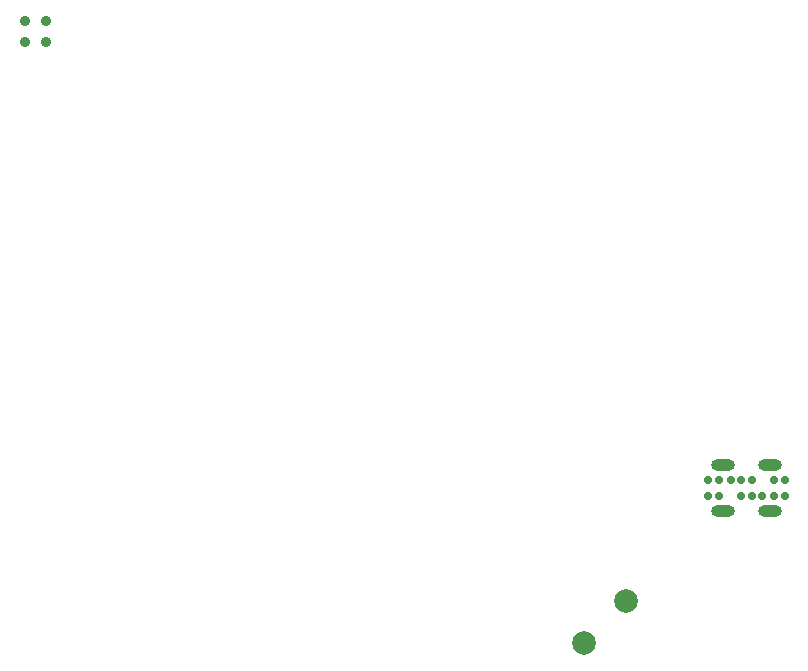
<source format=gbr>
%TF.GenerationSoftware,KiCad,Pcbnew,(7.0.0)*%
%TF.CreationDate,2023-03-18T11:24:22-05:00*%
%TF.ProjectId,LED Fan Blade,4c454420-4661-46e2-9042-6c6164652e6b,rev?*%
%TF.SameCoordinates,Original*%
%TF.FileFunction,Soldermask,Bot*%
%TF.FilePolarity,Negative*%
%FSLAX46Y46*%
G04 Gerber Fmt 4.6, Leading zero omitted, Abs format (unit mm)*
G04 Created by KiCad (PCBNEW (7.0.0)) date 2023-03-18 11:24:22*
%MOMM*%
%LPD*%
G01*
G04 APERTURE LIST*
%ADD10C,0.900000*%
%ADD11C,2.000000*%
%ADD12O,0.700000X0.700000*%
%ADD13O,2.000000X1.000000*%
G04 APERTURE END LIST*
D10*
%TO.C,LED-Driver1*%
X115184000Y-76870000D03*
X113384000Y-76870000D03*
X115184000Y-78670000D03*
X113384000Y-78670000D03*
%TD*%
D11*
%TO.C,Power_12V1*%
X160782000Y-129540000D03*
X164317534Y-126004466D03*
%TD*%
D12*
%TO.C,USB-C1*%
X171261999Y-115693999D03*
X172211999Y-115693999D03*
X173161999Y-115693999D03*
X174061999Y-115693999D03*
X174961999Y-115693999D03*
X176811999Y-115693999D03*
X177761999Y-115693999D03*
X177761999Y-117093999D03*
X176811999Y-117093999D03*
X175861999Y-117093999D03*
X174961999Y-117093999D03*
X174061999Y-117093999D03*
X172211999Y-117093999D03*
X171261999Y-117093999D03*
D13*
X172511999Y-118323999D03*
X176511999Y-118323999D03*
X172511999Y-114463999D03*
X176511999Y-114463999D03*
%TD*%
M02*

</source>
